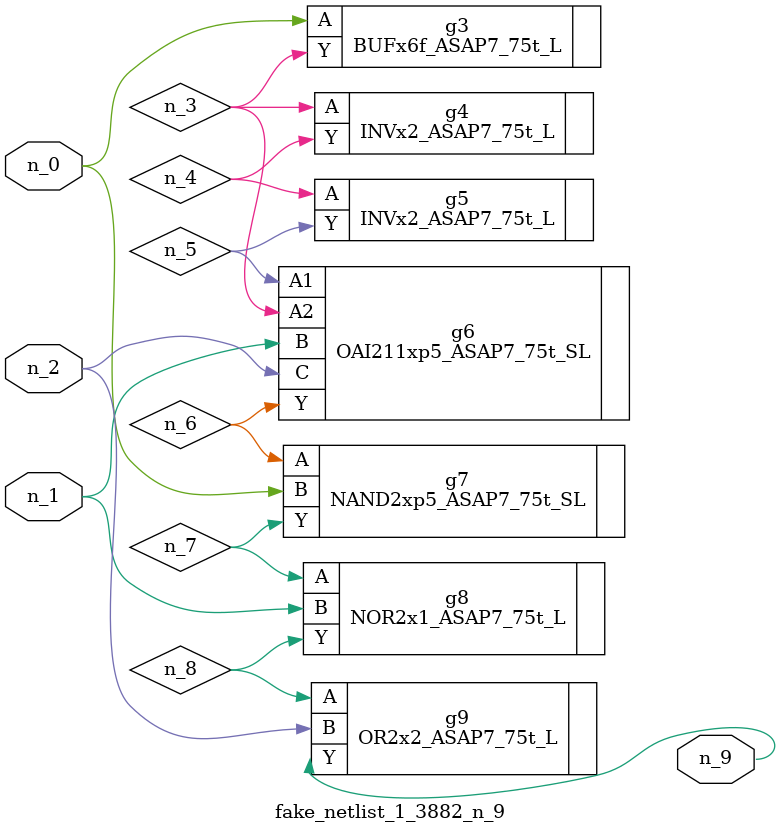
<source format=v>
module fake_netlist_1_3882_n_9 (n_1, n_2, n_0, n_9);
input n_1;
input n_2;
input n_0;
output n_9;
wire n_6;
wire n_4;
wire n_3;
wire n_5;
wire n_7;
wire n_8;
BUFx6f_ASAP7_75t_L g3 ( .A(n_0), .Y(n_3) );
INVx2_ASAP7_75t_L g4 ( .A(n_3), .Y(n_4) );
INVx2_ASAP7_75t_L g5 ( .A(n_4), .Y(n_5) );
OAI211xp5_ASAP7_75t_SL g6 ( .A1(n_5), .A2(n_3), .B(n_1), .C(n_2), .Y(n_6) );
NAND2xp5_ASAP7_75t_SL g7 ( .A(n_6), .B(n_0), .Y(n_7) );
NOR2x1_ASAP7_75t_L g8 ( .A(n_7), .B(n_1), .Y(n_8) );
OR2x2_ASAP7_75t_L g9 ( .A(n_8), .B(n_2), .Y(n_9) );
endmodule
</source>
